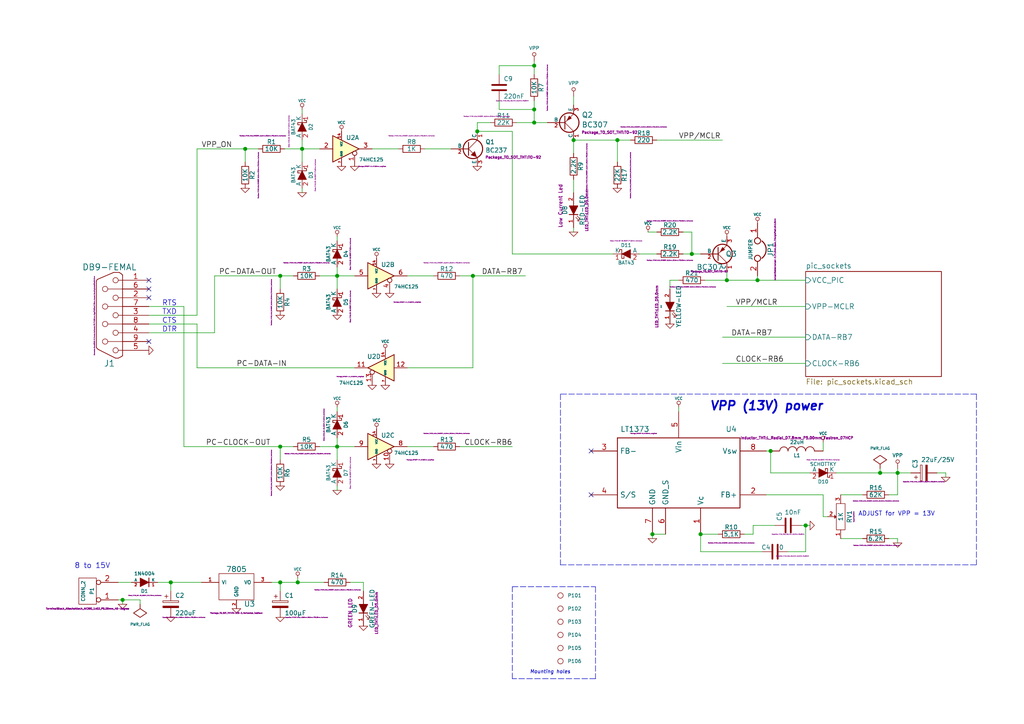
<source format=kicad_sch>
(kicad_sch (version 20230819) (generator eeschema)
  (paper "A4")
  (title_block (title "JDM - COM84 PIC Programmer with 13V DC/DC converter") (date "05 jan 2014") (rev "2") (company "KiCad"))
  (lib_symbols
    (symbol "pic_programmer_schlib:74LS125" (pin_names (offset 0.254))
      (property "Reference" "U" (at 5.08 3.81 0))
      (property "Value" "74LS125" (at 7.62 -2.54 0))
      (symbol "74LS125_0_0"
        (pin power_in line (at -1.27 5.08 270) (length 2.54) (name "VCC") (number "14"))
        (pin power_in line (at -1.27 -5.08 90) (length 2.54) (name "GND") (number "7"))
      )
      (symbol "74LS125_1_0"
        (polyline (pts (xy -3.81 3.81) (xy -3.81 -3.81) (xy 3.81 0) (xy -3.81 3.81)) (stroke (width 0.254)) (fill (type background)))
        (pin input inverted (at 2.54 -5.08 90) (length 4.445) (name "~") (number "1"))
        (pin input line (at -7.62 0 0) (length 3.81) (name "~") (number "2"))
        (pin tri_state line (at 7.62 0 180) (length 3.81) (name "~") (number "3"))
      )
      (symbol "74LS125_2_0"
        (polyline (pts (xy -3.81 3.81) (xy -3.81 -3.81) (xy 3.81 0) (xy -3.81 3.81)) (stroke (width 0.254)) (fill (type background)))
        (pin input inverted (at 2.54 -5.08 90) (length 4.445) (name "~") (number "4"))
        (pin input line (at -7.62 0 0) (length 3.81) (name "~") (number "5"))
        (pin tri_state line (at 7.62 0 180) (length 3.81) (name "~") (number "6"))
      )
      (symbol "74LS125_3_0"
        (polyline (pts (xy -3.81 3.81) (xy -3.81 -3.81) (xy 3.81 0) (xy -3.81 3.81)) (stroke (width 0.254)) (fill (type background)))
        (pin input inverted (at 2.54 -5.08 90) (length 4.445) (name "~") (number "10"))
        (pin tri_state line (at 7.62 0 180) (length 3.81) (name "~") (number "8"))
        (pin input line (at -7.62 0 0) (length 3.81) (name "~") (number "9"))
      )
      (symbol "74LS125_4_0"
        (polyline (pts (xy -3.81 3.81) (xy -3.81 -3.81) (xy 3.81 0) (xy -3.81 3.81)) (stroke (width 0.254)) (fill (type background)))
        (pin tri_state line (at 7.62 0 180) (length 3.81) (name "~") (number "11"))
        (pin input line (at -7.62 0 0) (length 3.81) (name "~") (number "12"))
        (pin input inverted (at 2.54 -5.08 90) (length 4.445) (name "~") (number "13"))
      )
    )
    (symbol "pic_programmer_schlib:7805" (pin_names (offset 0.762))
      (property "Reference" "U" (at 3.81 -4.9784 0))
      (property "Value" "7805" (at 0 5.08 0))
      (symbol "7805_0_1"
        (rectangle (start -5.08 -3.81) (end 5.08 3.81))
      )
      (symbol "7805_1_1"
        (pin input line (at -10.16 1.27 0) (length 5.08) (name "VI") (number "1"))
        (pin input line (at 0 -6.35 90) (length 2.54) (name "GND") (number "2"))
        (pin power_out line (at 10.16 1.27 180) (length 5.08) (name "VO") (number "3"))
      )
    )
    (symbol "pic_programmer_schlib:BC237" (pin_names (offset 0))
      (property "Reference" "Q" (at 0 -3.81 0))
      (property "Value" "BC237" (at 0 3.81 0))
      (property "Footprint" "Package_TO_SOT_THT:TO-92" (at -2.54 -5.08 0))
      (symbol "BC237_0_1"
        (polyline (pts (xy 0 0) (xy 2.54 2.54)) (stroke (width 0.1524)))
        (polyline (pts (xy 0 1.905) (xy 0 -1.905) (xy 0 -1.905)) (stroke (width 0.254)))
        (polyline (pts (xy 1.27 -1.27) (xy 0 0) (xy 0 0)) (stroke (width 0.1524)))
        (polyline (pts (xy 2.286 -2.286) (xy 2.54 -2.54) (xy 2.54 -2.54)))
        (polyline (pts (xy 2.286 -2.286) (xy 1.778 -0.762) (xy 0.762 -1.778) (xy 2.286 -2.286) (xy 2.286 -2.286)) (fill (type outline)))
        (circle (center 1.27 0) (radius 2.8194) (stroke (width 0.3048)))
      )
      (symbol "BC237_1_1"
        (pin passive line (at 2.54 5.08 270) (length 2.54) (name "C") (number "1"))
        (pin input line (at -5.08 0 0) (length 5.08) (name "B") (number "2"))
        (pin passive line (at 2.54 -5.08 90) (length 2.54) (name "E") (number "3"))
      )
    )
    (symbol "pic_programmer_schlib:BC307" (pin_names (offset 0))
      (property "Reference" "Q" (at -1.27 -3.81 0))
      (property "Value" "BC307" (at 0 3.81 0))
      (property "Footprint" "Package_TO_SOT_THT:TO-92" (at -2.54 -5.08 0))
      (symbol "BC307_0_1"
        (polyline (pts (xy 0 0) (xy 2.54 2.54)) (stroke (width 0.1524)))
        (polyline (pts (xy 0 1.905) (xy 0 -1.905) (xy 0 -1.905)) (stroke (width 0.254)) (fill (type outline)))
        (polyline (pts (xy 0.635 -0.635) (xy 0 0) (xy 0 0)) (stroke (width 0.1524)))
        (polyline (pts (xy 2.54 -2.54) (xy 1.651 -1.651) (xy 1.651 -1.651)) (stroke (width 0.1524)))
        (polyline (pts (xy 0.635 -0.635) (xy 1.27 -1.905) (xy 1.905 -1.27) (xy 0.635 -0.635) (xy 0.635 -0.635)) (fill (type outline)))
        (circle (center 1.27 0) (radius 2.8194) (stroke (width 0.3048)))
      )
      (symbol "BC307_1_1"
        (pin passive line (at 2.54 5.08 270) (length 2.54) (name "C") (number "1"))
        (pin input line (at -5.08 0 0) (length 5.08) (name "B") (number "2"))
        (pin passive line (at 2.54 -5.08 90) (length 2.54) (name "E") (number "3"))
      )
    )
    (symbol "pic_programmer_schlib:C" (pin_numbers hide) (pin_names (offset 0.254))
      (property "Reference" "C" (at 0.635 2.54 0))
      (property "Value" "C" (at 0.635 -2.54 0))
      (symbol "C_0_1"
        (polyline (pts (xy -2.032 -0.762) (xy 2.032 -0.762)) (stroke (width 0.508)))
        (polyline (pts (xy -2.032 0.762) (xy 2.032 0.762)) (stroke (width 0.508)))
      )
      (symbol "C_1_1"
        (pin passive line (at 0 3.81 270) (length 2.794) (name "~") (number "1"))
        (pin passive line (at 0 -3.81 90) (length 2.794) (name "~") (number "2"))
      )
    )
    (symbol "pic_programmer_schlib:CONN_2" (pin_names (offset 1.016) hide)
      (property "Reference" "P" (at -1.27 0 90))
      (property "Value" "CONN_2" (at 1.27 0 90))
      (symbol "CONN_2_0_1"
        (rectangle (start -2.54 3.81) (end 2.54 -3.81))
      )
      (symbol "CONN_2_1_1"
        (pin passive inverted (at -8.89 2.54 0) (length 6.35) (name "P1") (number "1"))
        (pin passive inverted (at -8.89 -2.54 0) (length 6.35) (name "PM") (number "2"))
      )
    )
    (symbol "pic_programmer_schlib:CP" (pin_numbers hide) (pin_names (offset 0.254))
      (property "Reference" "C" (at 0.635 2.54 0))
      (property "Value" "CP" (at 0.635 -2.54 0))
      (symbol "CP_0_1"
        (rectangle (start -2.286 1.016) (end 2.286 0.508) (stroke (width 0.1524)))
        (rectangle (start -1.778 2.286) (end -0.762 2.286))
        (rectangle (start -1.27 1.778) (end -1.27 2.794))
        (rectangle (start 2.286 -0.508) (end -2.286 -1.016) (fill (type outline)))
      )
      (symbol "CP_1_1"
        (pin passive line (at 0 3.81 270) (length 2.794) (name "~") (number "1"))
        (pin passive line (at 0 -3.81 90) (length 2.794) (name "~") (number "2"))
      )
    )
    (symbol "pic_programmer_schlib:D" (pin_names (offset 0))
      (property "Reference" "D" (at 0 2.54 0))
      (property "Value" "D" (at 0 -2.54 0))
      (symbol "D_0_1"
        (polyline (pts (xy -1.27 1.27) (xy -1.27 -1.27)) (stroke (width 0.254)))
        (polyline (pts (xy -1.27 0) (xy 1.27 1.27) (xy 1.27 -1.27) (xy -1.27 0)) (stroke (width 0.1524)) (fill (type outline)))
      )
      (symbol "D_1_1"
        (pin passive line (at -3.81 0 0) (length 2.54) (name "K") (number "1"))
        (pin passive line (at 3.81 0 180) (length 2.54) (name "A") (number "2"))
      )
    )
    (symbol "pic_programmer_schlib:DB9" (pin_names (offset 1.016) hide)
      (property "Reference" "J" (at 0 13.97 0))
      (property "Value" "DB9" (at 0 -13.97 0))
      (symbol "DB9_0_1"
        (circle (center -1.778 -10.16) (radius 0.762))
        (circle (center -1.778 -5.08) (radius 0.762))
        (circle (center -1.778 0) (radius 0.762))
        (circle (center -1.778 5.08) (radius 0.762))
        (circle (center -1.778 10.16) (radius 0.762))
        (polyline (pts (xy -3.81 -11.684) (xy -3.81 11.684)) (stroke (width 0.2032)))
        (polyline (pts (xy -3.81 -11.6586) (xy -3.556 -11.938)) (stroke (width 0.2032)))
        (polyline (pts (xy -3.81 -10.16) (xy -2.54 -10.16)))
        (polyline (pts (xy -3.81 -7.62) (xy 0.508 -7.62)))
        (polyline (pts (xy -3.81 -5.08) (xy -2.54 -5.08)))
        (polyline (pts (xy -3.81 -2.54) (xy 0.508 -2.54)))
        (polyline (pts (xy -3.81 0) (xy -2.54 0)))
        (polyline (pts (xy -3.81 2.54) (xy 0.508 2.54)))
        (polyline (pts (xy -3.81 5.08) (xy -2.54 5.08)))
        (polyline (pts (xy -3.81 7.62) (xy 0.508 7.62)))
        (polyline (pts (xy -3.81 10.16) (xy -2.54 10.16)))
        (polyline (pts (xy -3.556 -11.938) (xy -2.794 -12.446)) (stroke (width 0.2032)))
        (polyline (pts (xy -3.556 11.938) (xy -3.81 11.684)) (stroke (width 0.2032)))
        (polyline (pts (xy -3.556 11.938) (xy -2.54 12.446)) (stroke (width 0.2032)))
        (polyline (pts (xy -2.794 -12.446) (xy -1.27 -12.446)) (stroke (width 0.2032)))
        (polyline (pts (xy -2.54 12.446) (xy -1.778 12.446)) (stroke (width 0.2032)))
        (polyline (pts (xy 3.2766 9.906) (xy -1.778 12.446)) (stroke (width 0.2032)))
        (polyline (pts (xy 3.2766 9.906) (xy 3.81 9.398)) (stroke (width 0.2032)))
        (polyline (pts (xy 3.556 -10.3886) (xy -1.27 -12.446)) (stroke (width 0.2032)))
        (polyline (pts (xy 3.81 -9.906) (xy 3.556 -10.3886)) (stroke (width 0.2032)))
        (polyline (pts (xy 3.81 9.398) (xy 3.81 -9.906)) (stroke (width 0.2032)))
        (circle (center 1.27 -7.62) (radius 0.762))
        (circle (center 1.27 -2.54) (radius 0.762))
        (circle (center 1.27 2.54) (radius 0.762))
        (circle (center 1.27 7.62) (radius 0.762))
      )
      (symbol "DB9_1_1"
        (pin passive line (at -11.43 -10.16 0) (length 7.62) (name "1") (number "1"))
        (pin passive line (at -11.43 -5.08 0) (length 7.62) (name "2") (number "2"))
        (pin passive line (at -11.43 0 0) (length 7.62) (name "3") (number "3"))
        (pin passive line (at -11.43 5.08 0) (length 7.62) (name "4") (number "4"))
        (pin passive line (at -11.43 10.16 0) (length 7.62) (name "5") (number "5"))
        (pin passive line (at -11.43 -7.62 0) (length 7.62) (name "P6") (number "6"))
        (pin passive line (at -11.43 -2.54 0) (length 7.62) (name "P7") (number "7"))
        (pin passive line (at -11.43 2.54 0) (length 7.62) (name "P8") (number "8"))
        (pin passive line (at -11.43 7.62 0) (length 7.62) (name "P9") (number "9"))
      )
    )
    (symbol "pic_programmer_schlib:D_Schottky" (pin_names (offset 0))
      (property "Reference" "D" (at 0 2.54 0))
      (property "Value" "D_Schottky" (at 0 -2.54 0))
      (symbol "D_Schottky_0_1"
        (polyline (pts (xy -1.27 0) (xy 1.27 1.27) (xy 1.27 -1.27) (xy -1.27 0)) (stroke (width 0.1524)) (fill (type outline)))
        (polyline (pts (xy -1.905 0.635) (xy -1.905 1.27) (xy -1.27 1.27) (xy -1.27 -1.27) (xy -0.635 -1.27) (xy -0.635 -0.635)) (stroke (width 0.2032)))
      )
      (symbol "D_Schottky_1_1"
        (pin passive line (at -3.81 0 0) (length 2.54) (name "K") (number "1"))
        (pin passive line (at 3.81 0 180) (length 2.54) (name "A") (number "2"))
      )
    )
    (symbol "pic_programmer_schlib:GND" (power) (pin_names (offset 0))
      (symbol "GND_0_1"
        (polyline (pts (xy -1.27 0) (xy 0 -1.27) (xy 1.27 0) (xy -1.27 0)))
      )
      (symbol "GND_1_1"
        (pin power_in line (at 0 0 90) (length 0) hide (name "GND") (number "1"))
      )
    )
    (symbol "pic_programmer_schlib:INDUCTOR" (pin_numbers hide) (pin_names (offset 1.016) hide)
      (property "Reference" "L" (at -1.27 0 90))
      (property "Value" "INDUCTOR" (at 2.54 0 90))
      (symbol "INDUCTOR_0_1"
        (arc (start 0.0254 -5.0546) (mid 1.245 -3.7973) (end 0.0254 -2.54) (stroke (width 0.2032)))
        (arc (start 0.0254 -2.5146) (mid 1.2704 -1.2319) (end 0.0254 0.0508) (stroke (width 0.2032)))
        (arc (start 0.0254 0.0254) (mid 1.2704 1.3081) (end 0.0254 2.5908) (stroke (width 0.2032)))
        (arc (start 0.0254 2.5654) (mid 1.1942 3.7719) (end 0.0254 4.9784) (stroke (width 0.2032)))
      )
      (symbol "INDUCTOR_1_1"
        (pin passive line (at 0 7.62 270) (length 2.54) (name "1") (number "1"))
        (pin passive line (at 0 -7.62 90) (length 2.54) (name "2") (number "2"))
      )
    )
    (symbol "pic_programmer_schlib:JUMPER" (pin_names (offset 0.762) hide)
      (property "Reference" "JP" (at 0 3.81 0))
      (property "Value" "JUMPER" (at 0 -2.032 0))
      (symbol "JUMPER_0_1"
        (circle (center -2.54 0) (radius 0.889) (stroke (width 0.254)))
        (arc (start 2.5146 1.27) (mid 0.0127 2.5097) (end -2.4892 1.27) (stroke (width 0.3048)))
        (circle (center 2.54 0) (radius 0.889) (stroke (width 0.254)))
        (pin passive line (at -7.62 0 0) (length 4.191) (name "1") (number "1"))
        (pin passive line (at 7.62 0 180) (length 4.191) (name "2") (number "2"))
      )
    )
    (symbol "pic_programmer_schlib:LED" (pin_names (offset 1.016) hide)
      (property "Reference" "D" (at 0 2.54 0))
      (property "Value" "LED" (at 0 -2.54 0))
      (symbol "LED_0_1"
        (polyline (pts (xy -1.27 1.27) (xy -1.27 -1.27)) (stroke (width 0.254)))
        (polyline (pts (xy -2.032 -0.635) (xy -3.175 -1.651) (xy -3.048 -1.016)))
        (polyline (pts (xy -1.651 -1.016) (xy -2.794 -2.032) (xy -2.667 -1.397)))
        (polyline (pts (xy -1.27 0) (xy 1.27 1.27) (xy 1.27 -1.27) (xy -1.27 0)) (stroke (width 0.1524)) (fill (type outline)))
      )
      (symbol "LED_1_1"
        (pin passive line (at -5.08 0 0) (length 3.81) (name "K") (number "1"))
        (pin passive line (at 5.08 0 180) (length 3.81) (name "A") (number "2"))
      )
    )
    (symbol "pic_programmer_schlib:LT1373" (pin_names (offset 0.762))
      (property "Reference" "U" (at 15.24 12.7 0))
      (property "Value" "LT1373" (at -12.7 12.7 0))
      (symbol "LT1373_0_1"
        (rectangle (start -17.78 -10.16) (end 17.78 10.16) (stroke (width 0.254)))
      )
      (symbol "LT1373_1_1"
        (pin input line (at 6.35 -17.78 90) (length 7.62) (name "Vc") (number "1"))
        (pin input line (at 25.4 -6.35 180) (length 7.62) (name "FB+") (number "2"))
        (pin passive line (at -25.4 6.35 0) (length 7.62) (name "FB-") (number "3"))
        (pin passive line (at -25.4 -6.35 0) (length 7.62) (name "S/S") (number "4"))
        (pin power_in line (at 0 17.78 270) (length 7.62) (name "Vin") (number "5"))
        (pin input line (at -3.81 -17.78 90) (length 7.62) (name "GND_S") (number "6"))
        (pin input line (at -7.62 -17.78 90) (length 7.62) (name "GND") (number "7"))
        (pin input line (at 25.4 6.35 180) (length 7.62) (name "Vsw") (number "8"))
      )
    )
    (symbol "pic_programmer_schlib:MOUNTING_HOLE" (pin_numbers hide) (pin_names (offset 0.762) hide)
      (property "Reference" "P" (at 2.032 0 0))
      (symbol "MOUNTING_HOLE_0_1"
        (circle (center 0 0) (radius 0.7874))
      )
    )
    (symbol "pic_programmer_schlib:POT" (pin_names (offset 1.016) hide)
      (property "Reference" "RV" (at 0 -2.54 0))
      (property "Value" "POT" (at 0 0 0))
      (symbol "POT_0_1"
        (rectangle (start -3.81 1.27) (end 3.81 -1.27))
        (polyline (pts (xy 0 1.27) (xy -0.508 1.778) (xy 0.508 1.778)) (fill (type outline)))
      )
      (symbol "POT_1_1"
        (pin passive line (at -6.35 0 0) (length 2.54) (name "1") (number "1"))
        (pin passive line (at 0 3.81 270) (length 2.032) (name "2") (number "2"))
        (pin passive line (at 6.35 0 180) (length 2.54) (name "3") (number "3"))
      )
    )
    (symbol "pic_programmer_schlib:PWR_FLAG" (power) (pin_numbers hide) (pin_names (offset 0) hide)
      (property "Value" "PWR_FLAG" (at 0 4.572 0))
      (symbol "PWR_FLAG_0_0"
        (pin power_out line (at 0 0 90) (length 0) (name "pwr") (number "1"))
      )
      (symbol "PWR_FLAG_0_1"
        (polyline (pts (xy 0 0) (xy 0 1.27) (xy -1.905 2.54) (xy 0 3.81) (xy 1.905 2.54) (xy 0 1.27)) (stroke (width 0.2032)))
      )
    )
    (symbol "pic_programmer_schlib:R" (pin_numbers hide) (pin_names (offset 0))
      (property "Reference" "R" (at 2.032 0 90))
      (property "Value" "R" (at 0 0 90))
      (symbol "R_0_1"
        (rectangle (start -1.016 -2.54) (end 1.016 2.54) (stroke (width 0.2032)))
      )
      (symbol "R_1_1"
        (pin passive line (at 0 3.81 270) (length 1.27) (name "~") (number "1"))
        (pin passive line (at 0 -3.81 90) (length 1.27) (name "~") (number "2"))
      )
    )
    (symbol "pic_programmer_schlib:VCC" (power) (pin_names (offset 0))
      (property "Value" "VCC" (at 0 2.54 0))
      (symbol "VCC_0_0"
        (pin power_in line (at 0 0 90) (length 0) hide (name "VCC") (number "1"))
      )
      (symbol "VCC_0_1"
        (polyline (pts (xy 0 0) (xy 0 0.762) (xy 0 0.762)))
        (circle (center 0 1.27) (radius 0.508))
      )
    )
    (symbol "pic_programmer_schlib:VPP" (pin_names (offset 0))
      (property "Value" "VPP" (at 0 3.81 0))
      (symbol "VPP_0_0"
        (pin power_in line (at 0 0 90) (length 0) hide (name "VPP") (number "1"))
      )
      (symbol "VPP_0_1"
        (polyline (pts (xy 0 1.524) (xy 0 0)))
        (circle (center 0 2.032) (radius 0.508))
      )
    )
  )
  (junction (at 81.28 80.01) (diameter 1.016))
  (junction (at 97.79 129.54) (diameter 1.016))
  (junction (at 179.07 40.64) (diameter 1.016))
  (junction (at 35.56 173.99) (diameter 1.016))
  (junction (at 255.27 137.16) (diameter 1.016))
  (junction (at 71.12 43.18) (diameter 1.016))
  (junction (at 260.35 137.16) (diameter 1.016))
  (junction (at 154.94 31.75) (diameter 1.016))
  (junction (at 87.63 43.18) (diameter 1.016))
  (junction (at 166.37 40.64) (diameter 1.016))
  (junction (at 203.2 154.94) (diameter 1.016))
  (junction (at 81.28 168.91) (diameter 1.016))
  (junction (at 86.36 168.91) (diameter 1.016))
  (junction (at 137.16 80.01) (diameter 1.016))
  (junction (at 223.52 130.81) (diameter 1.016))
  (junction (at 49.53 168.91) (diameter 1.016))
  (junction (at 97.79 80.01) (diameter 1.016))
  (junction (at 138.43 38.1) (diameter 1.016))
  (junction (at 154.94 35.56) (diameter 1.016))
  (junction (at 81.28 129.54) (diameter 1.016))
  (junction (at 219.71 81.28) (diameter 1.016))
  (junction (at 189.23 154.94) (diameter 1.016))
  (junction (at 200.66 73.66) (diameter 1.016))
  (junction (at 210.82 81.28) (diameter 1.016))
  (junction (at 233.68 152.4) (diameter 1.016))
  (junction (at 154.94 19.05) (diameter 1.016))
  (no_connect (at 171.45 130.81))
  (no_connect (at 43.18 81.28))
  (no_connect (at 43.18 86.36))
  (no_connect (at 43.18 99.06))
  (no_connect (at 43.18 83.82))
  (no_connect (at 171.45 143.51))
  (wire (pts (xy 87.63 43.18) (xy 87.63 46.99)))
  (polyline (pts (xy 172.72 196.85) (xy 148.59 196.85)) (stroke (width 0) (type dash)))
  (wire (pts (xy 97.79 129.54) (xy 102.87 129.54)))
  (wire (pts (xy 102.87 106.68) (xy 57.15 106.68)))
  (wire (pts (xy 250.19 156.21) (xy 243.84 156.21)))
  (wire (pts (xy 105.41 168.91) (xy 101.6 168.91)))
  (wire (pts (xy 57.15 106.68) (xy 57.15 93.98)))
  (wire (pts (xy 250.19 143.51) (xy 243.84 143.51)))
  (wire (pts (xy 38.1 168.91) (xy 34.29 168.91)))
  (wire (pts (xy 234.95 137.16) (xy 223.52 137.16)))
  (wire (pts (xy 166.37 66.04) (xy 166.37 67.31)))
  (wire (pts (xy 133.35 80.01) (xy 137.16 80.01)))
  (wire (pts (xy 260.35 137.16) (xy 260.35 143.51)))
  (wire (pts (xy 208.28 154.94) (xy 203.2 154.94)))
  (wire (pts (xy 138.43 35.56) (xy 142.24 35.56)))
  (wire (pts (xy 255.27 137.16) (xy 260.35 137.16)))
  (wire (pts (xy 260.35 156.21) (xy 260.35 157.48)))
  (wire (pts (xy 200.66 73.66) (xy 200.66 67.31)))
  (wire (pts (xy 92.71 129.54) (xy 97.79 129.54)))
  (wire (pts (xy 200.66 67.31) (xy 198.12 67.31)))
  (wire (pts (xy 130.81 43.18) (xy 123.19 43.18)))
  (wire (pts (xy 97.79 68.58) (xy 97.79 69.85)))
  (wire (pts (xy 86.36 168.91) (xy 86.36 167.64)))
  (wire (pts (xy 35.56 173.99) (xy 40.64 173.99)))
  (wire (pts (xy 274.32 137.16) (xy 274.32 138.43)))
  (wire (pts (xy 179.07 46.99) (xy 179.07 40.64)))
  (wire (pts (xy 232.41 152.4) (xy 233.68 152.4)))
  (wire (pts (xy 271.78 137.16) (xy 274.32 137.16)))
  (wire (pts (xy 189.23 154.94) (xy 193.04 154.94)))
  (wire (pts (xy 198.12 73.66) (xy 200.66 73.66)))
  (wire (pts (xy 43.18 93.98) (xy 57.15 93.98)))
  (wire (pts (xy 138.43 35.56) (xy 138.43 38.1)))
  (wire (pts (xy 144.78 19.05) (xy 154.94 19.05)))
  (wire (pts (xy 57.15 91.44) (xy 43.18 91.44)))
  (wire (pts (xy 233.68 152.4) (xy 234.95 152.4)))
  (wire (pts (xy 81.28 80.01) (xy 85.09 80.01)))
  (wire (pts (xy 138.43 38.1) (xy 148.59 38.1)))
  (wire (pts (xy 148.59 73.66) (xy 177.8 73.66)))
  (wire (pts (xy 35.56 175.26) (xy 35.56 173.99)))
  (wire (pts (xy 137.16 80.01) (xy 152.4 80.01)))
  (wire (pts (xy 81.28 168.91) (xy 86.36 168.91)))
  (wire (pts (xy 238.76 149.86) (xy 238.76 143.51)))
  (wire (pts (xy 118.11 80.01) (xy 125.73 80.01)))
  (wire (pts (xy 204.47 81.28) (xy 210.82 81.28)))
  (wire (pts (xy 49.53 171.45) (xy 49.53 168.91)))
  (wire (pts (xy 210.82 81.28) (xy 210.82 78.74)))
  (wire (pts (xy 53.34 129.54) (xy 81.28 129.54)))
  (wire (pts (xy 78.74 168.91) (xy 81.28 168.91)))
  (wire (pts (xy 190.5 40.64) (xy 209.55 40.64)))
  (wire (pts (xy 154.94 29.21) (xy 154.94 31.75)))
  (wire (pts (xy 148.59 38.1) (xy 148.59 73.66)))
  (wire (pts (xy 210.82 81.28) (xy 219.71 81.28)))
  (wire (pts (xy 87.63 54.61) (xy 87.63 55.88)))
  (wire (pts (xy 187.96 67.31) (xy 190.5 67.31)))
  (wire (pts (xy 240.03 149.86) (xy 238.76 149.86)))
  (wire (pts (xy 194.31 83.82) (xy 194.31 81.28)))
  (wire (pts (xy 189.23 156.21) (xy 189.23 154.94)))
  (wire (pts (xy 115.57 43.18) (xy 107.95 43.18)))
  (wire (pts (xy 238.76 128.27) (xy 238.76 130.81)))
  (wire (pts (xy 34.29 173.99) (xy 35.56 173.99)))
  (wire (pts (xy 228.6 160.02) (xy 233.68 160.02)))
  (polyline (pts (xy 283.21 114.3) (xy 283.21 163.83)) (stroke (width 0) (type dash)))
  (wire (pts (xy 71.12 43.18) (xy 74.93 43.18)))
  (wire (pts (xy 260.35 137.16) (xy 264.16 137.16)))
  (wire (pts (xy 203.2 160.02) (xy 220.98 160.02)))
  (wire (pts (xy 166.37 30.48) (xy 166.37 27.94)))
  (wire (pts (xy 86.36 168.91) (xy 93.98 168.91)))
  (wire (pts (xy 219.71 81.28) (xy 233.68 81.28)))
  (wire (pts (xy 97.79 77.47) (xy 97.79 80.01)))
  (wire (pts (xy 57.15 43.18) (xy 71.12 43.18)))
  (wire (pts (xy 260.35 156.21) (xy 257.81 156.21)))
  (wire (pts (xy 233.68 160.02) (xy 233.68 152.4)))
  (wire (pts (xy 62.23 96.52) (xy 62.23 80.01)))
  (wire (pts (xy 53.34 88.9) (xy 43.18 88.9)))
  (wire (pts (xy 62.23 96.52) (xy 43.18 96.52)))
  (wire (pts (xy 210.82 88.9) (xy 233.68 88.9)))
  (wire (pts (xy 154.94 31.75) (xy 154.94 35.56)))
  (polyline (pts (xy 148.59 196.85) (xy 148.59 170.18)) (stroke (width 0) (type dash)))
  (wire (pts (xy 149.86 35.56) (xy 154.94 35.56)))
  (wire (pts (xy 87.63 33.02) (xy 87.63 31.75)))
  (wire (pts (xy 137.16 106.68) (xy 137.16 80.01)))
  (wire (pts (xy 218.44 152.4) (xy 218.44 154.94)))
  (wire (pts (xy 144.78 19.05) (xy 144.78 21.59)))
  (wire (pts (xy 57.15 43.18) (xy 57.15 91.44)))
  (wire (pts (xy 200.66 73.66) (xy 203.2 73.66)))
  (wire (pts (xy 144.78 31.75) (xy 154.94 31.75)))
  (wire (pts (xy 45.72 168.91) (xy 49.53 168.91)))
  (polyline (pts (xy 172.72 170.18) (xy 172.72 196.85)) (stroke (width 0) (type dash)))
  (wire (pts (xy 219.71 81.28) (xy 219.71 80.01)))
  (wire (pts (xy 223.52 137.16) (xy 223.52 130.81)))
  (wire (pts (xy 81.28 129.54) (xy 85.09 129.54)))
  (wire (pts (xy 148.59 129.54) (xy 133.35 129.54)))
  (wire (pts (xy 97.79 80.01) (xy 97.79 83.82)))
  (wire (pts (xy 97.79 80.01) (xy 102.87 80.01)))
  (wire (pts (xy 154.94 17.78) (xy 154.94 19.05)))
  (wire (pts (xy 166.37 40.64) (xy 179.07 40.64)))
  (wire (pts (xy 203.2 154.94) (xy 203.2 160.02)))
  (wire (pts (xy 87.63 43.18) (xy 92.71 43.18)))
  (wire (pts (xy 260.35 143.51) (xy 257.81 143.51)))
  (wire (pts (xy 194.31 81.28) (xy 196.85 81.28)))
  (wire (pts (xy 166.37 40.64) (xy 166.37 44.45)))
  (wire (pts (xy 179.07 40.64) (xy 182.88 40.64)))
  (wire (pts (xy 105.41 171.45) (xy 105.41 168.91)))
  (wire (pts (xy 81.28 133.35) (xy 81.28 129.54)))
  (polyline (pts (xy 162.56 163.83) (xy 283.21 163.83)) (stroke (width 0) (type dash)))
  (wire (pts (xy 260.35 135.89) (xy 260.35 137.16)))
  (wire (pts (xy 53.34 129.54) (xy 53.34 88.9)))
  (wire (pts (xy 81.28 83.82) (xy 81.28 80.01)))
  (wire (pts (xy 154.94 35.56) (xy 158.75 35.56)))
  (wire (pts (xy 62.23 80.01) (xy 81.28 80.01)))
  (wire (pts (xy 87.63 40.64) (xy 87.63 43.18)))
  (wire (pts (xy 190.5 73.66) (xy 185.42 73.66)))
  (wire (pts (xy 81.28 168.91) (xy 81.28 171.45)))
  (wire (pts (xy 224.79 152.4) (xy 218.44 152.4)))
  (wire (pts (xy 255.27 135.89) (xy 255.27 137.16)))
  (polyline (pts (xy 162.56 114.3) (xy 162.56 163.83)) (stroke (width 0) (type dash)))
  (wire (pts (xy 97.79 142.24) (xy 97.79 140.97)))
  (wire (pts (xy 233.68 97.79) (xy 209.55 97.79)))
  (wire (pts (xy 144.78 29.21) (xy 144.78 31.75)))
  (wire (pts (xy 118.11 106.68) (xy 137.16 106.68)))
  (wire (pts (xy 92.71 80.01) (xy 97.79 80.01)))
  (wire (pts (xy 82.55 43.18) (xy 87.63 43.18)))
  (wire (pts (xy 218.44 154.94) (xy 215.9 154.94)))
  (wire (pts (xy 166.37 52.07) (xy 166.37 55.88)))
  (wire (pts (xy 40.64 173.99) (xy 40.64 175.26)))
  (wire (pts (xy 125.73 129.54) (xy 118.11 129.54)))
  (wire (pts (xy 97.79 119.38) (xy 97.79 118.11)))
  (polyline (pts (xy 148.59 170.18) (xy 172.72 170.18)) (stroke (width 0) (type dash)))
  (wire (pts (xy 97.79 129.54) (xy 97.79 133.35)))
  (wire (pts (xy 97.79 127) (xy 97.79 129.54)))
  (wire (pts (xy 196.85 119.38) (xy 196.85 118.11)))
  (wire (pts (xy 233.68 105.41) (xy 209.55 105.41)))
  (wire (pts (xy 242.57 137.16) (xy 255.27 137.16)))
  (wire (pts (xy 154.94 19.05) (xy 154.94 21.59)))
  (wire (pts (xy 223.52 130.81) (xy 222.25 130.81)))
  (wire (pts (xy 49.53 168.91) (xy 58.42 168.91)))
  (wire (pts (xy 71.12 46.99) (xy 71.12 43.18)))
  (wire (pts (xy 238.76 143.51) (xy 222.25 143.51)))
  (polyline (pts (xy 283.21 114.3) (xy 162.56 114.3)) (stroke (width 0) (type dash)))
  (text "ADJUST for VPP = 13V" (at 248.92 149.86 0) (effects (font (size 1.27 1.27)) (justify left bottom)))
  (text "8 to 15V" (at 21.59 165.1 0) (effects (font (size 1.524 1.524)) (justify left bottom)))
  (text "VPP (13V) power" (at 205.74 119.38 0) (effects (font (size 2.54 2.54) (thickness 0.508) bold italic) (justify left bottom)))
  (text "RTS" (at 46.99 88.9 0) (effects (font (size 1.524 1.524)) (justify left bottom)))
  (text "TXD" (at 46.99 91.44 0) (effects (font (size 1.524 1.524)) (justify left bottom)))
  (text "CTS" (at 46.99 93.98 0) (effects (font (size 1.524 1.524)) (justify left bottom)))
  (text "DTR" (at 46.99 96.52 0) (effects (font (size 1.524 1.524)) (justify left bottom)))
  (text "Mounting holes" (at 153.67 195.58 0) (effects (font (size 1.016 1.016) italic) (justify left bottom)))
  (label "DATA-RB7" (at 139.7 80.01 0) (effects (font (size 1.524 1.524))))
  (label "CLOCK-RB6" (at 134.62 129.54 0) (effects (font (size 1.524 1.524))))
  (label "PC-DATA-IN" (at 68.58 106.68 0) (effects (font (size 1.524 1.524))))
  (label "CLOCK-RB6" (at 213.36 105.41 0) (effects (font (size 1.524 1.524))))
  (label "PC-DATA-OUT" (at 63.5 80.01 0) (effects (font (size 1.524 1.524))))
  (label "VPP/MCLR" (at 196.85 40.64 0) (effects (font (size 1.524 1.524))))
  (label "VPP_ON" (at 58.42 43.18 0) (effects (font (size 1.524 1.524))))
  (label "PC-CLOCK-OUT" (at 59.69 129.54 0) (effects (font (size 1.524 1.524))))
  (label "VPP/MCLR" (at 213.36 88.9 0) (effects (font (size 1.524 1.524))))
  (label "DATA-RB7" (at 212.09 97.79 0) (effects (font (size 1.524 1.524))))
  (symbol (lib_id "pic_programmer_schlib:DB9") (at 31.75 91.44 180) (unit 1)
    (property "Reference" "J1" (at 31.75 105.41 0) (effects (font (size 1.778 1.778))))
    (property "Value" "DB9-FEMAL" (at 31.75 77.47 0) (effects (font (size 1.778 1.778))))
    (property "Footprint" "Connector_Dsub:DSUB-9_Female_Horizontal_P2.77x2.84mm_EdgePinOffset7.70mm_Housed_MountingHolesOffset9.12mm" (at 27.3812 91.5416 90) (effects (font (size 0.254 0.254))))
  )
  (symbol (lib_id "pic_programmer_schlib:74LS125") (at 100.33 43.18 0) (unit 1)
    (property "Reference" "U2" (at 100.33 40.64 0) (effects (justify left bottom)))
    (property "Value" "74HC125" (at 104.14 45.72 0) (effects (font (size 1.016 1.016)) (justify left top)))
    (property "Footprint" "Package_DIP:DIP-14_W7.62mm_LongPads" (at 107.95 48.26 0) (effects (font (size 0.254 0.254))))
  )
  (symbol (lib_id "pic_programmer_schlib:R") (at 78.74 43.18 90) (unit 1)
    (property "Reference" "R1" (at 78.74 41.148 90))
    (property "Value" "10K" (at 78.74 43.18 90))
    (property "Footprint" "Resistor_THT:R_Axial_DIN0207_L6.3mm_D2.5mm_P10.16mm_Horizontal" (at 76.2 39.37 90) (effects (font (size 0.254 0.254))))
  )
  (symbol (lib_id "pic_programmer_schlib:R") (at 71.12 50.8 0) (unit 1)
    (property "Reference" "R2" (at 73.152 50.8 90))
    (property "Value" "10K" (at 71.12 50.8 90))
    (property "Footprint" "Resistor_THT:R_Axial_DIN0207_L6.3mm_D2.5mm_P10.16mm_Horizontal" (at 74.93 50.8 90) (effects (font (size 0.254 0.254))))
  )
  (symbol (lib_id "pic_programmer_schlib:D_Schottky") (at 87.63 36.83 270) (unit 1)
    (property "Reference" "D2" (at 90.17 36.83 0) (effects (font (size 1.016 1.016))))
    (property "Value" "BAT43" (at 85.09 36.83 0) (effects (font (size 1.016 1.016))))
    (property "Footprint" "Diode_THT:D_DO-35_SOD27_P7.62mm_Horizontal" (at 83.82 38.1 0) (effects (font (size 0.254 0.254))))
  )
  (symbol (lib_id "pic_programmer_schlib:D_Schottky") (at 87.63 50.8 270) (unit 1)
    (property "Reference" "D3" (at 90.17 50.8 0) (effects (font (size 1.016 1.016))))
    (property "Value" "BAT43" (at 85.09 50.8 0) (effects (font (size 1.016 1.016))))
    (property "Footprint" "Diode_THT:D_DO-35_SOD27_P7.62mm_Horizontal" (at 91.44 50.8 0) (effects (font (size 0.254 0.254))))
  )
  (symbol (lib_id "pic_programmer_schlib:GND") (at 102.87 48.26 0) (unit 1)
    (property "Reference" "#PWR035" (effects hide))
    (property "Value" "GND" (effects hide))
  )
  (symbol (lib_id "pic_programmer_schlib:GND") (at 87.63 55.88 0) (unit 1)
    (property "Reference" "#PWR034" (effects hide))
    (property "Value" "GND" (effects hide))
  )
  (symbol (lib_id "pic_programmer_schlib:VCC") (at 87.63 31.75 0) (unit 1)
    (property "Reference" "#PWR033" (effects hide))
    (property "Value" "VCC" (at 87.63 29.21 0) (effects (font (size 0.762 0.762))))
  )
  (symbol (lib_id "pic_programmer_schlib:74LS125") (at 110.49 80.01 0) (unit 2)
    (property "Reference" "U2" (at 110.49 77.47 0) (effects (justify left bottom)))
    (property "Value" "74HC125" (at 114.3 82.55 0) (effects (font (size 1.016 1.016)) (justify left top)))
    (property "Footprint" "Package_DIP:DIP-14_W7.62mm_LongPads" (at 118.11 87.63 0) (effects (font (size 0.254 0.254))))
  )
  (symbol (lib_id "pic_programmer_schlib:R") (at 88.9 80.01 90) (unit 1)
    (property "Reference" "R3" (at 88.9 77.978 90))
    (property "Value" "10K" (at 88.9 80.01 90))
    (property "Footprint" "Resistor_THT:R_Axial_DIN0207_L6.3mm_D2.5mm_P10.16mm_Horizontal" (at 88.9 76.2 90) (effects (font (size 0.254 0.254))))
  )
  (symbol (lib_id "pic_programmer_schlib:R") (at 81.28 87.63 0) (unit 1)
    (property "Reference" "R4" (at 83.312 87.63 90))
    (property "Value" "10K" (at 81.28 87.63 90))
    (property "Footprint" "Resistor_THT:R_Axial_DIN0207_L6.3mm_D2.5mm_P10.16mm_Horizontal" (at 78.74 87.63 90) (effects (font (size 0.254 0.254))))
  )
  (symbol (lib_id "pic_programmer_schlib:D_Schottky") (at 97.79 73.66 270) (unit 1)
    (property "Reference" "D4" (at 100.33 73.66 0) (effects (font (size 1.016 1.016))))
    (property "Value" "BAT43" (at 95.25 73.66 0) (effects (font (size 1.016 1.016))))
    (property "Footprint" "Diode_THT:D_DO-35_SOD27_P7.62mm_Horizontal" (at 101.6 73.66 0) (effects (font (size 0.254 0.254))))
  )
  (symbol (lib_id "pic_programmer_schlib:D_Schottky") (at 97.79 87.63 270) (unit 1)
    (property "Reference" "D5" (at 100.33 87.63 0) (effects (font (size 1.016 1.016))))
    (property "Value" "BAT43" (at 95.25 87.63 0) (effects (font (size 1.016 1.016))))
    (property "Footprint" "Diode_THT:D_DO-35_SOD27_P7.62mm_Horizontal" (at 101.6 88.9 0) (effects (font (size 0.254 0.254))))
  )
  (symbol (lib_id "pic_programmer_schlib:GND") (at 113.03 85.09 0) (unit 1)
    (property "Reference" "#PWR032" (effects hide))
    (property "Value" "GND" (effects hide))
  )
  (symbol (lib_id "pic_programmer_schlib:GND") (at 97.79 91.44 0) (unit 1)
    (property "Reference" "#PWR031" (effects hide))
    (property "Value" "GND" (effects hide))
  )
  (symbol (lib_id "pic_programmer_schlib:VCC") (at 97.79 68.58 0) (unit 1)
    (property "Reference" "#PWR030" (effects hide))
    (property "Value" "VCC" (at 97.79 66.04 0) (effects (font (size 0.762 0.762))))
  )
  (symbol (lib_id "pic_programmer_schlib:74LS125") (at 110.49 129.54 0) (unit 3)
    (property "Reference" "U2" (at 110.49 127 0) (effects (justify left bottom)))
    (property "Value" "74HC125" (at 114.3 130.81 0) (effects (font (size 1.016 1.016)) (justify left top)))
    (property "Footprint" "Package_DIP:DIP-14_W7.62mm_LongPads" (at 121.92 133.35 0) (effects (font (size 0.254 0.254))))
  )
  (symbol (lib_id "pic_programmer_schlib:R") (at 88.9 129.54 90) (unit 1)
    (property "Reference" "R5" (at 88.9 127.508 90))
    (property "Value" "10K" (at 88.9 129.54 90))
    (property "Footprint" "Resistor_THT:R_Axial_DIN0207_L6.3mm_D2.5mm_P10.16mm_Horizontal" (at 89.2048 131.572 90) (effects (font (size 0.254 0.254))))
  )
  (symbol (lib_id "pic_programmer_schlib:R") (at 81.28 137.16 0) (unit 1)
    (property "Reference" "R6" (at 83.312 137.16 90))
    (property "Value" "10K" (at 81.28 137.16 90))
    (property "Footprint" "Resistor_THT:R_Axial_DIN0207_L6.3mm_D2.5mm_P10.16mm_Horizontal" (at 78.74 137.16 90) (effects (font (size 0.254 0.254))))
  )
  (symbol (lib_id "pic_programmer_schlib:D_Schottky") (at 97.79 123.19 270) (unit 1)
    (property "Reference" "D6" (at 100.33 123.19 0) (effects (font (size 1.016 1.016))))
    (property "Value" "BAT43" (at 95.25 123.19 0) (effects (font (size 1.016 1.016))))
    (property "Footprint" "Diode_THT:D_DO-35_SOD27_P7.62mm_Horizontal" (at 93.98 123.19 0) (effects (font (size 0.254 0.254))))
  )
  (symbol (lib_id "pic_programmer_schlib:D_Schottky") (at 97.79 137.16 270) (unit 1)
    (property "Reference" "D7" (at 100.33 137.16 0) (effects (font (size 1.016 1.016))))
    (property "Value" "BAT43" (at 95.25 137.16 0) (effects (font (size 1.016 1.016))))
    (property "Footprint" "Diode_THT:D_DO-35_SOD27_P7.62mm_Horizontal" (at 101.6 137.16 0) (effects (font (size 0.254 0.254))))
  )
  (symbol (lib_id "pic_programmer_schlib:GND") (at 113.03 134.62 0) (unit 1)
    (property "Reference" "#PWR029" (effects hide))
    (property "Value" "GND" (effects hide))
  )
  (symbol (lib_id "pic_programmer_schlib:GND") (at 97.79 142.24 0) (unit 1)
    (property "Reference" "#PWR028" (effects hide))
    (property "Value" "GND" (effects hide))
  )
  (symbol (lib_id "pic_programmer_schlib:VCC") (at 97.79 118.11 0) (unit 1)
    (property "Reference" "#PWR027" (effects hide))
    (property "Value" "VCC" (at 97.79 115.57 0) (effects (font (size 0.762 0.762))))
  )
  (symbol (lib_id "pic_programmer_schlib:74LS125") (at 110.49 106.68 0) (mirror y) (unit 4)
    (property "Reference" "U2" (at 110.49 104.14 0) (effects (justify left bottom)))
    (property "Value" "74HC125" (at 105.41 110.49 0) (effects (font (size 1.016 1.016)) (justify left top)))
    (property "Footprint" "Package_DIP:DIP-14_W7.62mm_LongPads" (at 101.6 109.22 0) (effects (font (size 0.254 0.254))))
  )
  (symbol (lib_id "pic_programmer_schlib:GND") (at 107.95 111.76 0) (unit 1)
    (property "Reference" "#PWR026" (effects hide))
    (property "Value" "GND" (effects hide))
  )
  (symbol (lib_id "pic_programmer_schlib:R") (at 129.54 80.01 90) (unit 1)
    (property "Reference" "R12" (at 129.54 77.978 90))
    (property "Value" "470" (at 129.54 80.01 90))
    (property "Footprint" "Resistor_THT:R_Axial_DIN0207_L6.3mm_D2.5mm_P10.16mm_Horizontal" (at 129.54 76.2 90) (effects (font (size 0.254 0.254))))
  )
  (symbol (lib_id "pic_programmer_schlib:R") (at 129.54 129.54 90) (unit 1)
    (property "Reference" "R13" (at 129.54 127.508 90))
    (property "Value" "470" (at 129.54 129.54 90))
    (property "Footprint" "Resistor_THT:R_Axial_DIN0207_L6.3mm_D2.5mm_P10.16mm_Horizontal" (at 129.54 125.73 90) (effects (font (size 0.254 0.254))))
  )
  (symbol (lib_id "pic_programmer_schlib:R") (at 119.38 43.18 90) (unit 1)
    (property "Reference" "R8" (at 119.38 41.148 90))
    (property "Value" "1K" (at 119.38 43.18 90))
    (property "Footprint" "Resistor_THT:R_Axial_DIN0207_L6.3mm_D2.5mm_P10.16mm_Horizontal" (at 119.38 39.37 90) (effects (font (size 0.254 0.254))))
  )
  (symbol (lib_id "pic_programmer_schlib:GND") (at 81.28 91.44 0) (unit 1)
    (property "Reference" "#PWR025" (effects hide))
    (property "Value" "GND" (effects hide))
  )
  (symbol (lib_id "pic_programmer_schlib:GND") (at 81.28 140.97 0) (unit 1)
    (property "Reference" "#PWR024" (effects hide))
    (property "Value" "GND" (effects hide))
  )
  (symbol (lib_id "pic_programmer_schlib:GND") (at 71.12 54.61 0) (unit 1)
    (property "Reference" "#PWR023" (effects hide))
    (property "Value" "GND" (effects hide))
  )
  (symbol (lib_id "pic_programmer_schlib:GND") (at 43.18 101.6 90) (unit 1)
    (property "Reference" "#PWR022" (effects hide))
    (property "Value" "GND" (effects hide))
  )
  (symbol (lib_id "pic_programmer_schlib:BC237") (at 135.89 43.18 0) (unit 1)
    (property "Reference" "Q1" (at 140.7668 41.1642 0) (effects (justify left)))
    (property "Value" "BC237" (at 140.7668 43.5885 0) (effects (justify left)))
    (property "Footprint" "Package_TO_SOT_THT:TO-92" (at 140.7668 45.6043 0) (effects (font (size 0.762 0.762)) (justify left)))
  )
  (symbol (lib_id "pic_programmer_schlib:GND") (at 138.43 48.26 0) (unit 1)
    (property "Reference" "#PWR021" (effects hide))
    (property "Value" "GND" (effects hide))
  )
  (symbol (lib_id "pic_programmer_schlib:R") (at 146.05 35.56 90) (unit 1)
    (property "Reference" "R11" (at 146.05 33.528 90))
    (property "Value" "22K" (at 146.05 35.56 90))
    (property "Footprint" "Resistor_THT:R_Axial_DIN0207_L6.3mm_D2.5mm_P10.16mm_Horizontal" (at 141.1986 33.7566 90) (effects (font (size 0.254 0.254))))
  )
  (symbol (lib_id "pic_programmer_schlib:R") (at 154.94 25.4 0) (unit 1)
    (property "Reference" "R7" (at 156.972 25.4 90))
    (property "Value" "10K" (at 154.94 25.4 90))
    (property "Footprint" "Resistor_THT:R_Axial_DIN0207_L6.3mm_D2.5mm_P10.16mm_Horizontal" (at 158.75 25.4 90) (effects (font (size 0.254 0.254))))
  )
  (symbol (lib_id "pic_programmer_schlib:BC307") (at 163.83 35.56 0) (mirror x) (unit 1)
    (property "Reference" "Q2" (at 168.7068 33.3399 0) (effects (font (size 1.524 1.524)) (justify left)))
    (property "Value" "BC307" (at 168.7068 36.1728 0) (effects (font (size 1.524 1.524)) (justify left)))
    (property "Footprint" "Package_TO_SOT_THT:TO-92" (at 168.7068 38.3929 0) (effects (font (size 0.762 0.762)) (justify left)))
  )
  (symbol (lib_id "pic_programmer_schlib:VPP") (at 154.94 17.78 0) (unit 1)
    (property "Reference" "#PWR122" (effects hide))
    (property "Value" "VPP" (at 154.94 13.97 0) (effects (font (size 1.016 1.016))))
  )
  (symbol (lib_id "pic_programmer_schlib:VPP") (at 166.37 27.94 0) (unit 1)
    (property "Reference" "#PWR123" (effects hide))
    (property "Value" "VPP" (at 166.37 24.13 0) (effects (font (size 1.016 1.016))))
  )
  (symbol (lib_id "pic_programmer_schlib:R") (at 166.37 48.26 0) (unit 1)
    (property "Reference" "R9" (at 168.402 48.26 90))
    (property "Value" "2.2K" (at 166.37 48.26 90))
    (property "Footprint" "Resistor_THT:R_Axial_DIN0207_L6.3mm_D2.5mm_P10.16mm_Horizontal" (at 170.18 48.26 90) (effects (font (size 0.254 0.254))))
  )
  (symbol (lib_id "pic_programmer_schlib:LED") (at 166.37 60.96 90) (unit 1)
    (property "Reference" "D8" (at 163.83 60.96 0))
    (property "Value" "RED-LED" (at 168.91 60.96 0))
    (property "Footprint" "LED_THT:LED_D5.0mm" (at 170.18 60.96 0) (effects (font (size 0.762 0.762))))
    (property "Champ4" "Low Current Led" (at 162.56 59.69 0) (effects (font (size 1.016 1.016))))
  )
  (symbol (lib_id "pic_programmer_schlib:CONN_2") (at 25.4 171.45 180) (unit 1)
    (property "Reference" "P1" (at 26.67 171.45 90) (effects (font (size 1.016 1.016))))
    (property "Value" "CONN_2" (at 24.13 171.45 90) (effects (font (size 1.016 1.016))))
    (property "Footprint" "TerminalBlock_Altech:Altech_AK300_1x02_P5.00mm_45-Degree" (at 25.4 176.53 0) (effects (font (size 0.508 0.508))))
  )
  (symbol (lib_id "pic_programmer_schlib:D") (at 41.91 168.91 180) (unit 1)
    (property "Reference" "D1" (at 41.91 171.45 0) (effects (font (size 1.016 1.016))))
    (property "Value" "1N4004" (at 41.91 166.37 0) (effects (font (size 1.016 1.016))))
    (property "Footprint" "Diode_THT:D_DO-35_SOD27_P12.70mm_Horizontal" (at 42.0116 172.72 0) (effects (font (size 0.254 0.254))))
  )
  (symbol (lib_id "pic_programmer_schlib:GND") (at 35.56 175.26 0) (unit 1)
    (property "Reference" "#PWR020" (effects hide))
    (property "Value" "GND" (effects hide))
  )
  (symbol (lib_id "pic_programmer_schlib:CP") (at 49.53 175.26 0) (unit 1)
    (property "Reference" "C2" (at 50.8 172.72 0) (effects (justify left)))
    (property "Value" "220uF" (at 50.8 177.8 0) (effects (justify left)))
    (property "Footprint" "Capacitor_THT:CP_Axial_L18.0mm_D6.5mm_P25.00mm_Horizontal" (at 53.34 179.07 0) (effects (font (size 0.254 0.254))))
  )
  (symbol (lib_id "pic_programmer_schlib:GND") (at 49.53 179.07 0) (unit 1)
    (property "Reference" "#PWR019" (effects hide))
    (property "Value" "GND" (effects hide))
  )
  (symbol (lib_id "pic_programmer_schlib:GND") (at 68.58 176.53 0) (unit 1)
    (property "Reference" "#PWR018" (effects hide))
    (property "Value" "GND" (effects hide))
  )
  (symbol (lib_id "pic_programmer_schlib:CP") (at 81.28 175.26 0) (unit 1)
    (property "Reference" "C1" (at 82.55 172.72 0) (effects (justify left)))
    (property "Value" "100µF" (at 82.55 177.8 0) (effects (justify left)))
    (property "Footprint" "Capacitor_THT:CP_Axial_L18.0mm_D6.5mm_P25.00mm_Horizontal" (at 88.9 179.07 0) (effects (font (size 0.254 0.254))))
  )
  (symbol (lib_id "pic_programmer_schlib:GND") (at 81.28 179.07 0) (unit 1)
    (property "Reference" "#PWR017" (effects hide))
    (property "Value" "GND" (effects hide))
  )
  (symbol (lib_id "pic_programmer_schlib:R") (at 97.79 168.91 90) (unit 1)
    (property "Reference" "R14" (at 97.79 166.878 90))
    (property "Value" "470" (at 97.79 168.91 90))
    (property "Footprint" "Resistor_THT:R_Axial_DIN0207_L6.3mm_D2.5mm_P10.16mm_Horizontal" (at 97.917 171.069 90) (effects (font (size 0.254 0.254))))
  )
  (symbol (lib_id "pic_programmer_schlib:LED") (at 105.41 176.53 90) (unit 1)
    (property "Reference" "D9" (at 102.87 176.53 0))
    (property "Value" "GREEN-LED" (at 107.95 176.53 0))
    (property "Footprint" "LED_THT:LED_D5.0mm" (at 109.22 177.8 0) (effects (font (size 0.762 0.762))))
    (property "Champ4" "GREEN LED" (at 101.6 177.8 0) (effects (font (size 1.016 1.016))))
  )
  (symbol (lib_id "pic_programmer_schlib:GND") (at 105.41 181.61 0) (unit 1)
    (property "Reference" "#PWR016" (effects hide))
    (property "Value" "GND" (effects hide))
  )
  (symbol (lib_id "pic_programmer_schlib:VCC") (at 86.36 167.64 0) (unit 1)
    (property "Reference" "#PWR015" (effects hide))
    (property "Value" "VCC" (at 86.36 165.1 0) (effects (font (size 0.762 0.762))))
  )
  (symbol (lib_id "pic_programmer_schlib:R") (at 179.07 50.8 0) (unit 1)
    (property "Reference" "R17" (at 181.102 50.8 90))
    (property "Value" "22K" (at 179.07 50.8 90))
    (property "Footprint" "Resistor_THT:R_Axial_DIN0207_L6.3mm_D2.5mm_P10.16mm_Horizontal" (at 182.88 50.8 90) (effects (font (size 0.254 0.254))))
  )
  (symbol (lib_id "pic_programmer_schlib:GND") (at 179.07 54.61 0) (unit 1)
    (property "Reference" "#PWR014" (effects hide))
    (property "Value" "GND" (effects hide))
  )
  (symbol (lib_id "pic_programmer_schlib:INDUCTOR") (at 231.14 130.81 90) (unit 1)
    (property "Reference" "L1" (at 231.14 132.08 90) (effects (font (size 1.016 1.016))))
    (property "Value" "22uH" (at 231.14 128.27 90) (effects (font (size 1.016 1.016))))
    (property "Footprint" "Inductor_THT:L_Radial_D7.8mm_P5.00mm_Fastron_07HCP" (at 231.14 127 90) (effects (font (size 0.762 0.762))))
  )
  (symbol (lib_id "pic_programmer_schlib:VCC") (at 196.85 118.11 0) (unit 1)
    (property "Reference" "#PWR013" (effects hide))
    (property "Value" "VCC" (at 196.85 115.57 0) (effects (font (size 0.762 0.762))))
  )
  (symbol (lib_id "pic_programmer_schlib:GND") (at 189.23 156.21 0) (unit 1)
    (property "Reference" "#PWR012" (effects hide))
    (property "Value" "GND" (effects hide))
  )
  (symbol (lib_id "pic_programmer_schlib:VPP") (at 260.35 135.89 0) (unit 1)
    (property "Reference" "#PWR134" (effects hide))
    (property "Value" "VPP" (at 260.35 132.08 0) (effects (font (size 1.016 1.016))))
  )
  (symbol (lib_id "pic_programmer_schlib:CP") (at 267.97 137.16 90) (unit 1)
    (property "Reference" "C3" (at 265.43 135.89 0) (effects (justify left)))
    (property "Value" "22uF/25V" (at 276.86 133.35 90) (effects (justify left)))
    (property "Footprint" "Capacitor_THT:C_Axial_L12.0mm_D6.5mm_P20.00mm_Horizontal" (at 267.97 139.7 90) (effects (font (size 0.254 0.254))))
  )
  (symbol (lib_id "pic_programmer_schlib:GND") (at 274.32 138.43 0) (unit 1)
    (property "Reference" "#PWR011" (effects hide))
    (property "Value" "GND" (effects hide))
  )
  (symbol (lib_id "pic_programmer_schlib:VCC") (at 238.76 128.27 0) (unit 1)
    (property "Reference" "#PWR010" (effects hide))
    (property "Value" "VCC" (at 238.76 125.73 0) (effects (font (size 0.762 0.762))))
  )
  (symbol (lib_id "pic_programmer_schlib:PWR_FLAG") (at 255.27 135.89 0) (unit 1)
    (property "Reference" "#FLG09" (effects hide))
    (property "Value" "PWR_FLAG" (at 255.27 130.048 0) (effects (font (size 0.762 0.762))))
  )
  (symbol (lib_id "pic_programmer_schlib:C") (at 228.6 152.4 90) (unit 1)
    (property "Reference" "C5" (at 226.06 151.13 0) (effects (justify left)))
    (property "Value" "10nF" (at 232.41 148.59 90) (effects (justify left)))
    (property "Footprint" "Capacitor_THT:C_Disc_D5.1mm_W3.2mm_P5.00mm" (at 228.6 154.94 90) (effects (font (size 0.254 0.254))))
  )
  (symbol (lib_id "pic_programmer_schlib:GND") (at 234.95 152.4 90) (unit 1)
    (property "Reference" "#PWR08" (effects hide))
    (property "Value" "GND" (effects hide))
  )
  (symbol (lib_id "pic_programmer_schlib:R") (at 254 156.21 90) (unit 1)
    (property "Reference" "R15" (at 254 154.178 90))
    (property "Value" "6.2K" (at 254 156.21 90))
    (property "Footprint" "Resistor_THT:R_Axial_DIN0207_L6.3mm_D2.5mm_P10.16mm_Horizontal" (at 254.2286 158.1912 90) (effects (font (size 0.254 0.254))))
  )
  (symbol (lib_id "pic_programmer_schlib:R") (at 254 143.51 90) (unit 1)
    (property "Reference" "R16" (at 254 141.478 90))
    (property "Value" "62K" (at 254 143.51 90))
    (property "Footprint" "Resistor_THT:R_Axial_DIN0207_L6.3mm_D2.5mm_P10.16mm_Horizontal" (at 254.0762 145.3134 90) (effects (font (size 0.254 0.254))))
  )
  (symbol (lib_id "pic_programmer_schlib:GND") (at 260.35 157.48 0) (unit 1)
    (property "Reference" "#PWR07" (effects hide))
    (property "Value" "GND" (effects hide))
  )
  (symbol (lib_id "pic_programmer_schlib:LT1373") (at 196.85 137.16 0) (unit 1)
    (property "Reference" "U4" (at 212.09 124.46 0) (effects (font (size 1.524 1.524))))
    (property "Value" "LT1373" (at 184.15 124.46 0) (effects (font (size 1.524 1.524))))
    (property "Footprint" "Package_DIP:DIP-8_W7.62mm_LongPads" (at 186.69 125.73 0) (effects (font (size 0.254 0.254))))
  )
  (symbol (lib_id "pic_programmer_schlib:C") (at 224.79 160.02 90) (unit 1)
    (property "Reference" "C4" (at 223.52 158.75 90) (effects (justify left)))
    (property "Value" "0" (at 227.33 158.75 90) (effects (justify left)))
    (property "Footprint" "Capacitor_THT:C_Disc_D5.1mm_W3.2mm_P5.00mm" (at 229.87 161.29 90) (effects (font (size 0.254 0.254))))
  )
  (symbol (lib_id "pic_programmer_schlib:R") (at 212.09 154.94 90) (unit 1)
    (property "Reference" "R10" (at 212.09 152.908 90))
    (property "Value" "5,1K" (at 212.09 154.94 90))
    (property "Footprint" "Resistor_THT:R_Axial_DIN0207_L6.3mm_D2.5mm_P10.16mm_Horizontal" (at 212.09 157.48 90) (effects (font (size 0.254 0.254))))
  )
  (symbol (lib_id "pic_programmer_schlib:D_Schottky") (at 238.76 137.16 180) (unit 1)
    (property "Reference" "D10" (at 238.76 139.7 0) (effects (font (size 1.016 1.016))))
    (property "Value" "SCHOTTKY" (at 238.76 134.62 0) (effects (font (size 1.016 1.016))))
    (property "Footprint" "Diode_THT:D_DO-35_SOD27_P12.70mm_Horizontal" (at 238.76 133.35 0) (effects (font (size 0.254 0.254))))
  )
  (symbol (lib_id "pic_programmer_schlib:PWR_FLAG") (at 40.64 175.26 180) (unit 1)
    (property "Reference" "#FLG06" (effects hide))
    (property "Value" "PWR_FLAG" (at 40.64 181.102 0) (effects (font (size 0.762 0.762))))
  )
  (symbol (lib_id "pic_programmer_schlib:GND") (at 166.37 67.31 0) (unit 1)
    (property "Reference" "#PWR05" (effects hide))
    (property "Value" "GND" (effects hide))
  )
  (symbol (lib_id "pic_programmer_schlib:R") (at 186.69 40.64 90) (unit 1)
    (property "Reference" "R18" (at 186.69 38.608 90))
    (property "Value" "220" (at 186.69 40.64 90))
    (property "Footprint" "Resistor_THT:R_Axial_DIN0207_L6.3mm_D2.5mm_P10.16mm_Horizontal" (at 186.69 36.83 90) (effects (font (size 0.254 0.254))))
  )
  (symbol (lib_id "pic_programmer_schlib:POT") (at 243.84 149.86 90) (unit 1)
    (property "Reference" "RV1" (at 246.38 149.86 0))
    (property "Value" "1K" (at 243.84 149.86 0))
    (property "Footprint" "footprints:RV2X4" (at 247.65 149.86 0) (effects (font (size 0.254 0.254))))
  )
  (symbol (lib_id "pic_programmer_schlib:VCC") (at 187.96 67.31 0) (unit 1)
    (property "Reference" "#PWR04" (effects hide))
    (property "Value" "VCC" (at 187.96 64.77 0) (effects (font (size 0.762 0.762))))
  )
  (symbol (lib_id "pic_programmer_schlib:BC307") (at 208.28 73.66 0) (mirror x) (unit 1)
    (property "Reference" "Q3" (at 212.09 73.66 0) (effects (font (size 1.524 1.524))))
    (property "Value" "BC307" (at 205.8416 77.47 0) (effects (font (size 1.524 1.524))))
    (property "Footprint" "Package_TO_SOT_THT:TO-92" (at 205.74 78.74 0) (effects (font (size 0.508 0.508))))
  )
  (symbol (lib_id "pic_programmer_schlib:R") (at 194.31 73.66 90) (unit 1)
    (property "Reference" "R19" (at 194.31 71.628 90))
    (property "Value" "2.2K" (at 194.31 73.66 90))
    (property "Footprint" "Resistor_THT:R_Axial_DIN0207_L6.3mm_D2.5mm_P10.16mm_Horizontal" (at 194.31 75.4888 90) (effects (font (size 0.254 0.254))))
  )
  (symbol (lib_id "pic_programmer_schlib:R") (at 194.31 67.31 90) (unit 1)
    (property "Reference" "R20" (at 194.31 65.278 90))
    (property "Value" "2.2K" (at 194.31 67.31 90))
    (property "Footprint" "Resistor_THT:R_Axial_DIN0207_L6.3mm_D2.5mm_P10.16mm_Horizontal" (at 194.31 64.0588 90) (effects (font (size 0.254 0.254))))
  )
  (symbol (lib_id "pic_programmer_schlib:R") (at 200.66 81.28 90) (unit 1)
    (property "Reference" "R21" (at 200.66 79.248 90))
    (property "Value" "470" (at 200.66 81.28 90))
    (property "Footprint" "Resistor_THT:R_Axial_DIN0207_L6.3mm_D2.5mm_P10.16mm_Horizontal" (at 200.9394 83.2104 90) (effects (font (size 0.254 0.254))))
  )
  (symbol (lib_id "pic_programmer_schlib:LED") (at 194.31 88.9 90) (unit 1)
    (property "Reference" "D12" (at 191.77 88.9 0) (effects (font (size 0.254 0.254))))
    (property "Value" "YELLOW-LED" (at 196.85 88.9 0))
    (property "Footprint" "LED_THT:LED_D5.0mm" (at 190.5 88.9 0) (effects (font (size 0.762 0.762))))
  )
  (symbol (lib_id "pic_programmer_schlib:GND") (at 194.31 93.98 0) (unit 1)
    (property "Reference" "#PWR03" (effects hide))
    (property "Value" "GND" (effects hide))
  )
  (symbol (lib_id "pic_programmer_schlib:VCC") (at 210.82 68.58 0) (unit 1)
    (property "Reference" "#PWR02" (effects hide))
    (property "Value" "VCC" (at 210.82 66.04 0) (effects (font (size 0.762 0.762))))
  )
  (symbol (lib_id "pic_programmer_schlib:D_Schottky") (at 181.61 73.66 0) (unit 1)
    (property "Reference" "D11" (at 181.61 71.12 0) (effects (font (size 1.016 1.016))))
    (property "Value" "BAT43" (at 181.61 76.2 0) (effects (font (size 1.016 1.016))))
    (property "Footprint" "Diode_THT:D_DO-35_SOD27_P7.62mm_Horizontal" (at 181.61 69.85 0) (effects (font (size 0.254 0.254))))
  )
  (symbol (lib_id "pic_programmer_schlib:JUMPER") (at 219.71 72.39 270) (unit 1)
    (property "Reference" "JP1" (at 223.52 72.39 0) (effects (font (size 1.524 1.524))))
    (property "Value" "JUMPER" (at 217.678 72.39 0) (effects (font (size 1.016 1.016))))
    (property "Footprint" "Jumper:SolderJumper-2_P1.3mm_Open_TrianglePad1.0x1.5mm" (at 224.79 72.39 0) (effects (font (size 0.381 0.381))))
  )
  (symbol (lib_id "pic_programmer_schlib:VCC") (at 219.71 64.77 0) (unit 1)
    (property "Reference" "#PWR01" (effects hide))
    (property "Value" "VCC" (at 219.71 62.23 0) (effects (font (size 0.762 0.762))))
  )
  (symbol (lib_id "pic_programmer_schlib:C") (at 144.78 25.4 0) (unit 1)
    (property "Reference" "C9" (at 146.05 22.86 0) (effects (justify left)))
    (property "Value" "220nF" (at 146.05 27.94 0) (effects (justify left)))
    (property "Footprint" "Capacitor_THT:C_Disc_D5.1mm_W3.2mm_P5.00mm" (at 148.59 29.21 0) (effects (font (size 0.254 0.254))))
  )
  (symbol (lib_id "pic_programmer_schlib:MOUNTING_HOLE") (at 162.56 172.72 0) (unit 1)
    (property "Reference" "P101" (at 164.592 172.72 0) (effects (font (size 1.016 1.016)) (justify left)))
    (property "Value" "CONN_1" (effects hide))
    (property "Footprint" "MountingHole:MountingHole_4.3mm_M4" (effects hide))
  )
  (symbol (lib_id "pic_programmer_schlib:MOUNTING_HOLE") (at 162.56 176.53 0) (unit 1)
    (property "Reference" "P102" (at 164.592 176.53 0) (effects (font (size 1.016 1.016)) (justify left)))
    (property "Value" "CONN_1" (effects hide))
    (property "Footprint" "MountingHole:MountingHole_4.3mm_M4" (effects hide))
  )
  (symbol (lib_id "pic_programmer_schlib:MOUNTING_HOLE") (at 162.56 180.34 0) (unit 1)
    (property "Reference" "P103" (at 164.592 180.34 0) (effects (font (size 1.016 1.016)) (justify left)))
    (property "Value" "CONN_1" (effects hide))
    (property "Footprint" "MountingHole:MountingHole_4.3mm_M4" (effects hide))
  )
  (symbol (lib_id "pic_programmer_schlib:MOUNTING_HOLE") (at 162.56 184.15 0) (unit 1)
    (property "Reference" "P104" (at 164.592 184.15 0) (effects (font (size 1.016 1.016)) (justify left)))
    (property "Value" "CONN_1" (effects hide))
    (property "Footprint" "MountingHole:MountingHole_4.3mm_M4" (effects hide))
  )
  (symbol (lib_id "pic_programmer_schlib:MOUNTING_HOLE") (at 162.56 187.96 0) (unit 1)
    (property "Reference" "P105" (at 164.592 187.96 0) (effects (font (size 1.016 1.016)) (justify left)))
    (property "Value" "CONN_1" (effects hide))
    (property "Footprint" "MountingHole:MountingHole_4.3mm_M4" (effects hide))
  )
  (symbol (lib_id "pic_programmer_schlib:MOUNTING_HOLE") (at 162.56 191.77 0) (unit 1)
    (property "Reference" "P106" (at 164.592 191.77 0) (effects (font (size 1.016 1.016)) (justify left)))
    (property "Value" "CONN_1" (effects hide))
    (property "Footprint" "MountingHole:MountingHole_4.3mm_M4" (effects hide))
  )
  (symbol (lib_id "pic_programmer_schlib:GND") (at 109.22 85.09 0) (unit 1)
    (property "Reference" "#PWR047" (effects hide))
    (property "Value" "GND" (effects hide))
  )
  (symbol (lib_id "pic_programmer_schlib:GND") (at 111.76 111.76 0) (unit 1)
    (property "Reference" "#PWR048" (effects hide))
    (property "Value" "GND" (effects hide))
  )
  (symbol (lib_id "pic_programmer_schlib:GND") (at 109.22 134.62 0) (unit 1)
    (property "Reference" "#PWR049" (effects hide))
    (property "Value" "GND" (effects hide))
  )
  (symbol (lib_id "pic_programmer_schlib:VCC") (at 109.22 124.46 0) (unit 1)
    (property "Reference" "#PWR050" (effects hide))
    (property "Value" "VCC" (at 109.22 121.92 0) (effects (font (size 0.762 0.762))))
  )
  (symbol (lib_id "pic_programmer_schlib:VCC") (at 111.76 101.6 0) (unit 1)
    (property "Reference" "#PWR051" (effects hide))
    (property "Value" "VCC" (at 111.76 99.06 0) (effects (font (size 0.762 0.762))))
  )
  (symbol (lib_id "pic_programmer_schlib:VCC") (at 109.22 74.93 0) (unit 1)
    (property "Reference" "#PWR052" (effects hide))
    (property "Value" "VCC" (at 109.22 72.39 0) (effects (font (size 0.762 0.762))))
  )
  (symbol (lib_id "pic_programmer_schlib:GND") (at 99.06 48.26 0) (unit 1)
    (property "Reference" "#PWR06" (effects hide))
    (property "Value" "GND" (effects hide))
  )
  (symbol (lib_id "pic_programmer_schlib:VCC") (at 99.06 38.1 0) (unit 1)
    (property "Reference" "#PWR09" (effects hide))
    (property "Value" "VCC" (at 99.06 35.56 0) (effects (font (size 0.762 0.762))))
  )
  (symbol (lib_id "pic_programmer_schlib:7805") (at 68.58 170.18 0) (unit 1)
    (property "Reference" "U3" (at 72.39 175.1584 0) (effects (font (size 1.524 1.524))))
    (property "Value" "7805" (at 68.58 165.1 0) (effects (font (size 1.524 1.524))))
    (property "Footprint" "Package_TO_SOT_THT:TO-220-3_Horizontal_TabDown" (at 68.58 177.8 0) (effects (font (size 0.381 0.381))))
    (property "Datasheet" "www.st.com/resource/en/datasheet/l78.pdf" (effects hide))
  )
  (sheet (at 233.68 78.74) (size 39.37 30.48)
    (property "Sheetname" "pic_sockets" (at 233.68 77.9775 0) (effects (font (size 1.524 1.524)) (justify left bottom)))
    (property "Sheetfile" "pic_sockets.kicad_sch" (at 233.68 109.8301 0) (effects (font (size 1.524 1.524)) (justify left top)))
    (pin "VPP-MCLR" input (at 233.68 88.9 180) (effects (font (size 1.524 1.524))))
    (pin "CLOCK-RB6" input (at 233.68 105.41 180) (effects (font (size 1.524 1.524))))
    (pin "DATA-RB7" input (at 233.68 97.79 180) (effects (font (size 1.524 1.524))))
    (pin "VCC_PIC" input (at 233.68 81.28 180) (effects (font (size 1.524 1.524))))
  )
)
</source>
